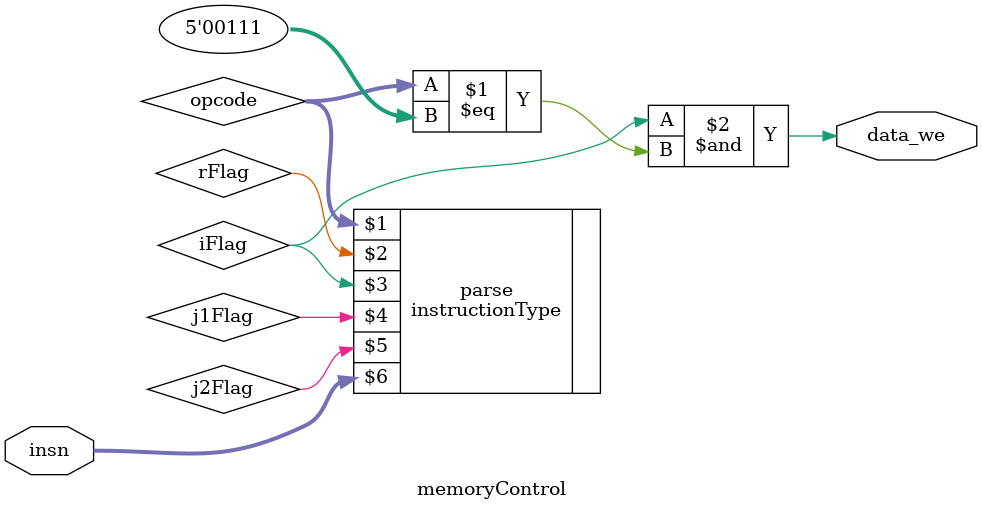
<source format=v>
module memoryControl(
    output data_we,
    input[31:0] insn
);
    wire rFlag, iFlag, j1Flag, j2Flag;
    wire[4:0] opcode;
    instructionType parse(opcode, rFlag, iFlag, j1Flag, j2Flag, insn);

    assign data_we = iFlag & (opcode == 5'b00111);

endmodule
</source>
